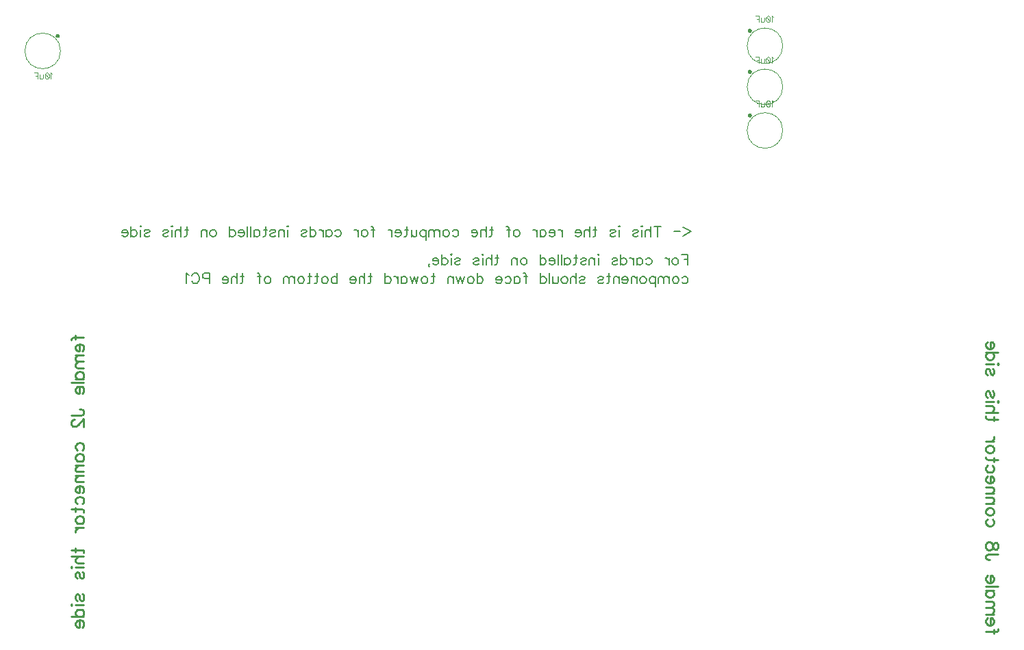
<source format=gbr>
G04 DipTrace 4.0.0.5*
G04 BottomSilk.gbr*
%MOIN*%
G04 #@! TF.FileFunction,Legend,Bot*
G04 #@! TF.Part,Single*
%ADD13C,0.004724*%
%ADD55C,0.00772*%
%ADD57C,0.004632*%
%ADD58C,0.009264*%
%FSLAX26Y26*%
G04*
G70*
G90*
G75*
G01*
G04 BotSilk*
%LPD*%
X487159Y3956200D2*
D13*
G02X487159Y3956200I86614J0D01*
G01*
G36*
X637146Y4029415D2*
X637230Y4030700D1*
X637482Y4031963D1*
X637895Y4033182D1*
X638465Y4034336D1*
X639180Y4035407D1*
X640029Y4036375D1*
X640997Y4037224D1*
X642067Y4037939D1*
X643222Y4038509D1*
X644441Y4038922D1*
X645704Y4039174D1*
X646989Y4039258D1*
X648273Y4039174D1*
X649536Y4038922D1*
X650755Y4038509D1*
X651910Y4037939D1*
X652980Y4037224D1*
X653948Y4036375D1*
X654797Y4035407D1*
X655513Y4034336D1*
X656082Y4033182D1*
X656496Y4031963D1*
X656747Y4030700D1*
X656831Y4029415D1*
D1*
X656747Y4028131D1*
X656496Y4026868D1*
X656082Y4025649D1*
X655513Y4024494D1*
X654797Y4023423D1*
X653948Y4022456D1*
X652980Y4021607D1*
X651910Y4020891D1*
X650755Y4020322D1*
X649536Y4019908D1*
X648273Y4019657D1*
X646989Y4019573D1*
X645704Y4019657D1*
X644441Y4019908D1*
X643222Y4020322D1*
X642067Y4020891D1*
X640997Y4021607D1*
X640029Y4022456D1*
X639180Y4023423D1*
X638465Y4024494D1*
X637895Y4025649D1*
X637482Y4026868D1*
X637230Y4028131D1*
X637146Y4029415D1*
D1*
G37*
X4002012Y3981200D2*
D13*
G02X4002012Y3981200I86614J0D01*
G01*
G36*
X4015411Y4044573D2*
X4014127Y4044657D1*
X4012864Y4044908D1*
X4011645Y4045322D1*
X4010490Y4045891D1*
X4009420Y4046607D1*
X4008452Y4047456D1*
X4007603Y4048423D1*
X4006887Y4049494D1*
X4006318Y4050649D1*
X4005904Y4051868D1*
X4005653Y4053131D1*
X4005569Y4054415D1*
X4005653Y4055700D1*
X4005904Y4056963D1*
X4006318Y4058182D1*
X4006887Y4059336D1*
X4007603Y4060407D1*
X4008452Y4061375D1*
X4009420Y4062224D1*
X4010490Y4062939D1*
X4011645Y4063509D1*
X4012864Y4063922D1*
X4014127Y4064174D1*
X4015411Y4064258D1*
D1*
X4016696Y4064174D1*
X4017959Y4063922D1*
X4019178Y4063509D1*
X4020333Y4062939D1*
X4021403Y4062224D1*
X4022371Y4061375D1*
X4023220Y4060407D1*
X4023935Y4059336D1*
X4024505Y4058182D1*
X4024918Y4056963D1*
X4025170Y4055700D1*
X4025254Y4054415D1*
X4025170Y4053131D1*
X4024918Y4051868D1*
X4024505Y4050649D1*
X4023935Y4049494D1*
X4023220Y4048423D1*
X4022371Y4047456D1*
X4021403Y4046607D1*
X4020333Y4045891D1*
X4019178Y4045322D1*
X4017959Y4044908D1*
X4016696Y4044657D1*
X4015411Y4044573D1*
D1*
G37*
X4002012Y3568700D2*
D13*
G02X4002012Y3568700I86614J0D01*
G01*
G36*
X4015411Y3632073D2*
X4014127Y3632157D1*
X4012864Y3632408D1*
X4011645Y3632822D1*
X4010490Y3633391D1*
X4009420Y3634107D1*
X4008452Y3634956D1*
X4007603Y3635923D1*
X4006887Y3636994D1*
X4006318Y3638149D1*
X4005904Y3639368D1*
X4005653Y3640631D1*
X4005569Y3641915D1*
X4005653Y3643200D1*
X4005904Y3644463D1*
X4006318Y3645682D1*
X4006887Y3646836D1*
X4007603Y3647907D1*
X4008452Y3648875D1*
X4009420Y3649724D1*
X4010490Y3650439D1*
X4011645Y3651009D1*
X4012864Y3651422D1*
X4014127Y3651674D1*
X4015411Y3651758D1*
D1*
X4016696Y3651674D1*
X4017959Y3651422D1*
X4019178Y3651009D1*
X4020333Y3650439D1*
X4021403Y3649724D1*
X4022371Y3648875D1*
X4023220Y3647907D1*
X4023935Y3646836D1*
X4024505Y3645682D1*
X4024918Y3644463D1*
X4025170Y3643200D1*
X4025254Y3641915D1*
X4025170Y3640631D1*
X4024918Y3639368D1*
X4024505Y3638149D1*
X4023935Y3636994D1*
X4023220Y3635923D1*
X4022371Y3634956D1*
X4021403Y3634107D1*
X4020333Y3633391D1*
X4019178Y3632822D1*
X4017959Y3632408D1*
X4016696Y3632157D1*
X4015411Y3632073D1*
D1*
G37*
X4002012Y3781200D2*
D13*
G02X4002012Y3781200I86614J0D01*
G01*
G36*
X4015410Y3844571D2*
X4014125Y3844656D1*
X4012863Y3844907D1*
X4011644Y3845321D1*
X4010489Y3845890D1*
X4009418Y3846605D1*
X4008450Y3847454D1*
X4007602Y3848422D1*
X4006886Y3849493D1*
X4006317Y3850647D1*
X4005903Y3851866D1*
X4005652Y3853129D1*
X4005567Y3854414D1*
X4005652Y3855698D1*
X4005903Y3856961D1*
X4006317Y3858180D1*
X4006886Y3859335D1*
X4007601Y3860406D1*
X4008450Y3861374D1*
X4009418Y3862222D1*
X4010489Y3862938D1*
X4011643Y3863507D1*
X4012862Y3863921D1*
X4014125Y3864172D1*
X4015410Y3864256D1*
D1*
X4016695Y3864172D1*
X4017957Y3863921D1*
X4019176Y3863507D1*
X4020331Y3862938D1*
X4021402Y3862223D1*
X4022370Y3861374D1*
X4023218Y3860406D1*
X4023934Y3859335D1*
X4024503Y3858181D1*
X4024917Y3856962D1*
X4025168Y3855699D1*
X4025253Y3854414D1*
X4025168Y3853129D1*
X4024917Y3851867D1*
X4024503Y3850648D1*
X4023934Y3849493D1*
X4023219Y3848422D1*
X4022370Y3847454D1*
X4021402Y3846605D1*
X4020331Y3845890D1*
X4019177Y3845321D1*
X4017958Y3844907D1*
X4016695Y3844656D1*
X4015410Y3844571D1*
D1*
G37*
X714050Y2546871D2*
D58*
Y2552575D1*
X716902Y2558345D1*
X725524Y2561197D1*
X774338D1*
X734146Y2569819D2*
Y2549723D1*
X751391Y2528344D2*
Y2493922D1*
X745620D1*
X739850Y2496774D1*
X736998Y2499626D1*
X734146Y2505396D1*
Y2514018D1*
X736998Y2519722D1*
X742768Y2525492D1*
X751391Y2528344D1*
X757094D1*
X765716Y2525492D1*
X771420Y2519722D1*
X774338Y2514018D1*
Y2505396D1*
X771420Y2499626D1*
X765716Y2493922D1*
X734146Y2475395D2*
X774338D1*
X745620D2*
X736998Y2466773D1*
X734146Y2461003D1*
Y2452447D1*
X736998Y2446677D1*
X745620Y2443825D1*
X774338D1*
X745620D2*
X736998Y2435203D1*
X734146Y2429433D1*
Y2420877D1*
X736998Y2415107D1*
X745620Y2412189D1*
X774338D1*
X734146Y2359240D2*
X774338D1*
X742768D2*
X736998Y2364943D1*
X734146Y2370714D1*
Y2379269D1*
X736998Y2385039D1*
X742768Y2390743D1*
X751391Y2393662D1*
X757094D1*
X765716Y2390743D1*
X771420Y2385039D1*
X774338Y2379269D1*
Y2370714D1*
X771420Y2364943D1*
X765716Y2359240D1*
X714050Y2340713D2*
X774338D1*
X751391Y2322185D2*
Y2287764D1*
X745620D1*
X739850Y2290615D1*
X736998Y2293467D1*
X734146Y2299238D1*
Y2307860D1*
X736998Y2313563D1*
X742768Y2319334D1*
X751391Y2322185D1*
X757094D1*
X765716Y2319334D1*
X771420Y2313563D1*
X774338Y2307860D1*
Y2299238D1*
X771420Y2293467D1*
X765716Y2287764D1*
X714050Y2182197D2*
X759946D1*
X768568Y2185049D1*
X771420Y2187967D1*
X774338Y2193671D1*
Y2199441D1*
X771420Y2205145D1*
X768568Y2207997D1*
X759946Y2210915D1*
X754242D1*
X728443Y2160752D2*
X725591D1*
X719821Y2157900D1*
X716969Y2155048D1*
X714117Y2149278D1*
Y2137804D1*
X716969Y2132100D1*
X719821Y2129248D1*
X725591Y2126330D1*
X731295D1*
X737065Y2129248D1*
X745620Y2134952D1*
X774338Y2163670D1*
Y2123478D1*
X742768Y2012142D2*
X736998Y2017912D1*
X734146Y2023682D1*
Y2032238D1*
X736998Y2038008D1*
X742768Y2043712D1*
X751391Y2046630D1*
X757094D1*
X765716Y2043712D1*
X771420Y2038008D1*
X774338Y2032238D1*
Y2023682D1*
X771420Y2017912D1*
X765716Y2012142D1*
X734146Y1979289D2*
X736998Y1984993D1*
X742768Y1990763D1*
X751391Y1993615D1*
X757094D1*
X765716Y1990763D1*
X771420Y1984993D1*
X774338Y1979289D1*
Y1970667D1*
X771420Y1964897D1*
X765716Y1959193D1*
X757094Y1956275D1*
X751391D1*
X742768Y1959193D1*
X736998Y1964897D1*
X734146Y1970667D1*
Y1979289D1*
Y1937747D2*
X774338D1*
X745620D2*
X736998Y1929125D1*
X734146Y1923355D1*
Y1914800D1*
X736998Y1909029D1*
X745620Y1906177D1*
X774338D1*
X734146Y1887650D2*
X774338D1*
X745620D2*
X736998Y1879028D1*
X734146Y1873258D1*
Y1864702D1*
X736998Y1858932D1*
X745620Y1856080D1*
X774338D1*
X751391Y1837553D2*
Y1803131D1*
X745620D1*
X739850Y1805983D1*
X736998Y1808835D1*
X734146Y1814605D1*
Y1823227D1*
X736998Y1828931D1*
X742768Y1834701D1*
X751391Y1837553D1*
X757094D1*
X765716Y1834701D1*
X771420Y1828931D1*
X774338Y1823227D1*
Y1814605D1*
X771420Y1808835D1*
X765716Y1803131D1*
X742768Y1750116D2*
X736998Y1755886D1*
X734146Y1761656D1*
Y1770212D1*
X736998Y1775982D1*
X742768Y1781686D1*
X751391Y1784604D1*
X757094D1*
X765716Y1781686D1*
X771420Y1775982D1*
X774338Y1770212D1*
Y1761656D1*
X771420Y1755886D1*
X765716Y1750116D1*
X714050Y1722967D2*
X762864D1*
X771420Y1720115D1*
X774338Y1714345D1*
Y1708641D1*
X734146Y1731589D2*
Y1711493D1*
Y1675788D2*
X736998Y1681492D1*
X742768Y1687262D1*
X751391Y1690114D1*
X757094D1*
X765716Y1687262D1*
X771420Y1681492D1*
X774338Y1675788D1*
Y1667166D1*
X771420Y1661396D1*
X765716Y1655692D1*
X757094Y1652774D1*
X751391D1*
X742768Y1655692D1*
X736998Y1661396D1*
X734146Y1667166D1*
Y1675788D1*
Y1634247D2*
X774338D1*
X751391D2*
X742768Y1631329D1*
X736998Y1625625D1*
X734146Y1619855D1*
Y1611233D1*
X714050Y1525762D2*
X762864D1*
X771420Y1522910D1*
X774338Y1517140D1*
Y1511436D1*
X734146Y1534384D2*
Y1514288D1*
X714050Y1492909D2*
X774338D1*
X745620D2*
X736998Y1484287D1*
X734146Y1478517D1*
Y1469895D1*
X736998Y1464191D1*
X745620Y1461339D1*
X774338D1*
X714050Y1442812D2*
X716902Y1439960D1*
X714050Y1437042D1*
X711132Y1439960D1*
X714050Y1442812D1*
X734146Y1439960D2*
X774338D1*
X742768Y1386945D2*
X736998Y1389797D1*
X734146Y1398419D1*
Y1407041D1*
X736998Y1415663D1*
X742768Y1418515D1*
X748472Y1415663D1*
X751391Y1409893D1*
X754242Y1395567D1*
X757094Y1389797D1*
X762864Y1386945D1*
X765716D1*
X771420Y1389797D1*
X774338Y1398419D1*
Y1407041D1*
X771420Y1415663D1*
X765716Y1418515D1*
X742768Y1278527D2*
X736998Y1281379D1*
X734146Y1290001D1*
Y1298623D1*
X736998Y1307245D1*
X742768Y1310097D1*
X748472Y1307245D1*
X751391Y1301475D1*
X754242Y1287149D1*
X757094Y1281379D1*
X762864Y1278527D1*
X765716D1*
X771420Y1281379D1*
X774338Y1290001D1*
Y1298623D1*
X771420Y1307245D1*
X765716Y1310097D1*
X714050Y1260000D2*
X716902Y1257148D1*
X714050Y1254230D1*
X711132Y1257148D1*
X714050Y1260000D1*
X734146Y1257148D2*
X774338D1*
X714050Y1201281D2*
X774338D1*
X742768D2*
X736998Y1206985D1*
X734146Y1212755D1*
Y1221377D1*
X736998Y1227081D1*
X742768Y1232851D1*
X751391Y1235703D1*
X757094D1*
X765716Y1232851D1*
X771420Y1227081D1*
X774338Y1221377D1*
Y1212755D1*
X771420Y1206985D1*
X765716Y1201281D1*
X751391Y1182754D2*
Y1148332D1*
X745620D1*
X739850Y1151184D1*
X736998Y1154036D1*
X734146Y1159806D1*
Y1168428D1*
X736998Y1174132D1*
X742768Y1179902D1*
X751391Y1182754D1*
X757094D1*
X765716Y1179902D1*
X771420Y1174132D1*
X774338Y1168428D1*
Y1159806D1*
X771420Y1154036D1*
X765716Y1148332D1*
X5223350Y1140595D2*
Y1134892D1*
X5220498Y1129121D1*
X5211876Y1126270D1*
X5163062D1*
X5203254Y1117648D2*
Y1137744D1*
X5186009Y1159123D2*
Y1193544D1*
X5191780D1*
X5197550Y1190692D1*
X5200402Y1187841D1*
X5203254Y1182070D1*
Y1173448D1*
X5200402Y1167745D1*
X5194632Y1161974D1*
X5186009Y1159123D1*
X5180306D1*
X5171684Y1161974D1*
X5165980Y1167745D1*
X5163062Y1173448D1*
Y1182070D1*
X5165980Y1187841D1*
X5171684Y1193544D1*
X5203254Y1212071D2*
X5163062D1*
X5191780D2*
X5200402Y1220694D1*
X5203254Y1226464D1*
Y1235019D1*
X5200402Y1240790D1*
X5191780Y1243641D1*
X5163062D1*
X5191780D2*
X5200402Y1252263D1*
X5203254Y1258034D1*
Y1266589D1*
X5200402Y1272359D1*
X5191780Y1275278D1*
X5163062D1*
X5203254Y1328227D2*
X5163062D1*
X5194632D2*
X5200402Y1322523D1*
X5203254Y1316753D1*
Y1308197D1*
X5200402Y1302427D1*
X5194632Y1296723D1*
X5186009Y1293805D1*
X5180306D1*
X5171684Y1296723D1*
X5165980Y1302427D1*
X5163062Y1308197D1*
Y1316753D1*
X5165980Y1322523D1*
X5171684Y1328227D1*
X5223350Y1346754D2*
X5163062D1*
X5186009Y1365281D2*
Y1399703D1*
X5191780D1*
X5197550Y1396851D1*
X5200402Y1393999D1*
X5203254Y1388229D1*
Y1379607D1*
X5200402Y1373903D1*
X5194632Y1368133D1*
X5186009Y1365281D1*
X5180306D1*
X5171684Y1368133D1*
X5165980Y1373903D1*
X5163062Y1379607D1*
Y1388229D1*
X5165980Y1393999D1*
X5171684Y1399703D1*
X5223350Y1505269D2*
X5177454D1*
X5168832Y1502417D1*
X5165980Y1499499D1*
X5163062Y1493795D1*
Y1488025D1*
X5165980Y1482321D1*
X5168832Y1479469D1*
X5177454Y1476551D1*
X5183158D1*
X5223283Y1538122D2*
X5220431Y1529566D1*
X5214728Y1526648D1*
X5208957D1*
X5203254Y1529566D1*
X5200335Y1535270D1*
X5197483Y1546744D1*
X5194632Y1555366D1*
X5188861Y1561070D1*
X5183158Y1563922D1*
X5174536D1*
X5168832Y1561070D1*
X5165913Y1558218D1*
X5163062Y1549596D1*
Y1538122D1*
X5165913Y1529566D1*
X5168832Y1526648D1*
X5174536Y1523796D1*
X5183158D1*
X5188861Y1526648D1*
X5194632Y1532418D1*
X5197483Y1540974D1*
X5200335Y1552448D1*
X5203254Y1558218D1*
X5208957Y1561070D1*
X5214728D1*
X5220431Y1558218D1*
X5223283Y1549596D1*
Y1538122D1*
X5194632Y1675258D2*
X5200402Y1669488D1*
X5203254Y1663718D1*
Y1655162D1*
X5200402Y1649392D1*
X5194632Y1643688D1*
X5186009Y1640770D1*
X5180306D1*
X5171684Y1643688D1*
X5165980Y1649392D1*
X5163062Y1655162D1*
Y1663718D1*
X5165980Y1669488D1*
X5171684Y1675258D1*
X5203254Y1708111D2*
X5200402Y1702407D1*
X5194632Y1696637D1*
X5186009Y1693785D1*
X5180306D1*
X5171684Y1696637D1*
X5165980Y1702407D1*
X5163062Y1708111D1*
Y1716733D1*
X5165980Y1722503D1*
X5171684Y1728207D1*
X5180306Y1731125D1*
X5186009D1*
X5194632Y1728207D1*
X5200402Y1722503D1*
X5203254Y1716733D1*
Y1708111D1*
Y1749653D2*
X5163062D1*
X5191780D2*
X5200402Y1758275D1*
X5203254Y1764045D1*
Y1772600D1*
X5200402Y1778371D1*
X5191780Y1781223D1*
X5163062D1*
X5203254Y1799750D2*
X5163062D1*
X5191780D2*
X5200402Y1808372D1*
X5203254Y1814142D1*
Y1822698D1*
X5200402Y1828468D1*
X5191780Y1831320D1*
X5163062D1*
X5186009Y1849847D2*
Y1884269D1*
X5191780D1*
X5197550Y1881417D1*
X5200402Y1878565D1*
X5203254Y1872795D1*
Y1864173D1*
X5200402Y1858469D1*
X5194632Y1852699D1*
X5186009Y1849847D1*
X5180306D1*
X5171684Y1852699D1*
X5165980Y1858469D1*
X5163062Y1864173D1*
Y1872795D1*
X5165980Y1878565D1*
X5171684Y1884269D1*
X5194632Y1937284D2*
X5200402Y1931514D1*
X5203254Y1925744D1*
Y1917188D1*
X5200402Y1911418D1*
X5194632Y1905714D1*
X5186009Y1902796D1*
X5180306D1*
X5171684Y1905714D1*
X5165980Y1911418D1*
X5163062Y1917188D1*
Y1925744D1*
X5165980Y1931514D1*
X5171684Y1937284D1*
X5223350Y1964433D2*
X5174536D1*
X5165980Y1967285D1*
X5163062Y1973055D1*
Y1978759D1*
X5203254Y1955811D2*
Y1975907D1*
Y2011612D2*
X5200402Y2005908D1*
X5194632Y2000138D1*
X5186009Y1997286D1*
X5180306D1*
X5171684Y2000138D1*
X5165980Y2005908D1*
X5163062Y2011612D1*
Y2020234D1*
X5165980Y2026004D1*
X5171684Y2031708D1*
X5180306Y2034626D1*
X5186009D1*
X5194632Y2031708D1*
X5200402Y2026004D1*
X5203254Y2020234D1*
Y2011612D1*
Y2053153D2*
X5163062D1*
X5186009D2*
X5194632Y2056071D1*
X5200402Y2061775D1*
X5203254Y2067545D1*
Y2076167D1*
X5223350Y2161638D2*
X5174536D1*
X5165980Y2164490D1*
X5163062Y2170260D1*
Y2175964D1*
X5203254Y2153016D2*
Y2173112D1*
X5223350Y2194491D2*
X5163062D1*
X5191780D2*
X5200402Y2203113D1*
X5203254Y2208883D1*
Y2217505D1*
X5200402Y2223209D1*
X5191780Y2226061D1*
X5163062D1*
X5223350Y2244588D2*
X5220498Y2247440D1*
X5223350Y2250358D1*
X5226268Y2247440D1*
X5223350Y2244588D1*
X5203254Y2247440D2*
X5163062D1*
X5194632Y2300455D2*
X5200402Y2297603D1*
X5203254Y2288981D1*
Y2280359D1*
X5200402Y2271737D1*
X5194632Y2268885D1*
X5188928Y2271737D1*
X5186009Y2277507D1*
X5183158Y2291833D1*
X5180306Y2297603D1*
X5174536Y2300455D1*
X5171684D1*
X5165980Y2297603D1*
X5163062Y2288981D1*
Y2280359D1*
X5165980Y2271737D1*
X5171684Y2268885D1*
X5194632Y2408873D2*
X5200402Y2406021D1*
X5203254Y2397399D1*
Y2388777D1*
X5200402Y2380155D1*
X5194632Y2377303D1*
X5188928Y2380155D1*
X5186009Y2385925D1*
X5183158Y2400251D1*
X5180306Y2406021D1*
X5174536Y2408873D1*
X5171684D1*
X5165980Y2406021D1*
X5163062Y2397399D1*
Y2388777D1*
X5165980Y2380155D1*
X5171684Y2377303D1*
X5223350Y2427400D2*
X5220498Y2430252D1*
X5223350Y2433170D1*
X5226268Y2430252D1*
X5223350Y2427400D1*
X5203254Y2430252D2*
X5163062D1*
X5223350Y2486119D2*
X5163062D1*
X5194632D2*
X5200402Y2480415D1*
X5203254Y2474645D1*
Y2466023D1*
X5200402Y2460319D1*
X5194632Y2454549D1*
X5186009Y2451697D1*
X5180306D1*
X5171684Y2454549D1*
X5165980Y2460319D1*
X5163062Y2466023D1*
Y2474645D1*
X5165980Y2480415D1*
X5171684Y2486119D1*
X5186009Y2504646D2*
Y2539068D1*
X5191780D1*
X5197550Y2536216D1*
X5200402Y2533364D1*
X5203254Y2527594D1*
Y2518972D1*
X5200402Y2513268D1*
X5194632Y2507498D1*
X5186009Y2504646D1*
X5180306D1*
X5171684Y2507498D1*
X5165980Y2513268D1*
X5163062Y2518972D1*
Y2527594D1*
X5165980Y2533364D1*
X5171684Y2539068D1*
X3683193Y2964241D2*
D55*
X3714310D1*
Y2914001D1*
Y2940310D2*
X3695187D1*
X3655816Y2947495D2*
X3660569Y2945118D1*
X3665377Y2940310D1*
X3667754Y2933125D1*
Y2928371D1*
X3665377Y2921186D1*
X3660569Y2916433D1*
X3655816Y2914001D1*
X3648631D1*
X3643822Y2916433D1*
X3639069Y2921186D1*
X3636637Y2928371D1*
Y2933125D1*
X3639069Y2940310D1*
X3643822Y2945118D1*
X3648631Y2947495D1*
X3655816D1*
X3621198D2*
Y2914001D1*
Y2933125D2*
X3618766Y2940310D1*
X3614013Y2945118D1*
X3609205Y2947495D1*
X3602019D1*
X3509239Y2940310D2*
X3514048Y2945118D1*
X3518856Y2947495D1*
X3525986D1*
X3530794Y2945118D1*
X3535547Y2940310D1*
X3537979Y2933125D1*
Y2928371D1*
X3535547Y2921186D1*
X3530794Y2916433D1*
X3525986Y2914001D1*
X3518856D1*
X3514048Y2916433D1*
X3509239Y2921186D1*
X3465115Y2947495D2*
Y2914001D1*
Y2940310D2*
X3469868Y2945118D1*
X3474677Y2947495D1*
X3481806D1*
X3486615Y2945118D1*
X3491368Y2940310D1*
X3493800Y2933125D1*
Y2928371D1*
X3491368Y2921186D1*
X3486615Y2916433D1*
X3481806Y2914001D1*
X3474677D1*
X3469868Y2916433D1*
X3465115Y2921186D1*
X3449676Y2947495D2*
Y2914001D1*
Y2933125D2*
X3447244Y2940310D1*
X3442491Y2945118D1*
X3437682Y2947495D1*
X3430497D1*
X3386373Y2964241D2*
Y2914001D1*
Y2940310D2*
X3391126Y2945118D1*
X3395935Y2947495D1*
X3403120D1*
X3407873Y2945118D1*
X3412681Y2940310D1*
X3415058Y2933125D1*
Y2928371D1*
X3412681Y2921186D1*
X3407873Y2916433D1*
X3403120Y2914001D1*
X3395935D1*
X3391126Y2916433D1*
X3386373Y2921186D1*
X3344626Y2940310D2*
X3347002Y2945118D1*
X3354187Y2947495D1*
X3361372D1*
X3368557Y2945118D1*
X3370934Y2940310D1*
X3368557Y2935556D1*
X3363749Y2933125D1*
X3351811Y2930748D1*
X3347002Y2928371D1*
X3344626Y2923563D1*
Y2921186D1*
X3347002Y2916433D1*
X3354187Y2914001D1*
X3361372D1*
X3368557Y2916433D1*
X3370934Y2921186D1*
X3280585Y2964241D2*
X3278209Y2961865D1*
X3275777Y2964241D1*
X3278209Y2966673D1*
X3280585Y2964241D1*
X3278209Y2947495D2*
Y2914001D1*
X3260338Y2947495D2*
Y2914001D1*
Y2937933D2*
X3253153Y2945118D1*
X3248344Y2947495D1*
X3241214D1*
X3236406Y2945118D1*
X3234029Y2937933D1*
Y2914001D1*
X3192282Y2940310D2*
X3194658Y2945118D1*
X3201843Y2947495D1*
X3209028D1*
X3216213Y2945118D1*
X3218590Y2940310D1*
X3216213Y2935556D1*
X3211405Y2933125D1*
X3199467Y2930748D1*
X3194658Y2928371D1*
X3192282Y2923563D1*
Y2921186D1*
X3194658Y2916433D1*
X3201843Y2914001D1*
X3209028D1*
X3216213Y2916433D1*
X3218590Y2921186D1*
X3169657Y2964241D2*
Y2923563D1*
X3167281Y2916433D1*
X3162472Y2914001D1*
X3157719D1*
X3176843Y2947495D2*
X3160096D1*
X3113595D2*
Y2914001D1*
Y2940310D2*
X3118348Y2945118D1*
X3123157Y2947495D1*
X3130287D1*
X3135095Y2945118D1*
X3139848Y2940310D1*
X3142280Y2933125D1*
Y2928371D1*
X3139848Y2921186D1*
X3135095Y2916433D1*
X3130287Y2914001D1*
X3123157D1*
X3118348Y2916433D1*
X3113595Y2921186D1*
X3098156Y2964241D2*
Y2914001D1*
X3082717Y2964241D2*
Y2914001D1*
X3067277Y2933125D2*
X3038592D1*
Y2937933D1*
X3040969Y2942741D1*
X3043346Y2945118D1*
X3048154Y2947495D1*
X3055339D1*
X3060092Y2945118D1*
X3064901Y2940310D1*
X3067277Y2933125D1*
Y2928371D1*
X3064901Y2921186D1*
X3060092Y2916433D1*
X3055339Y2914001D1*
X3048154D1*
X3043346Y2916433D1*
X3038592Y2921186D1*
X2994468Y2964241D2*
Y2914001D1*
Y2940310D2*
X2999222Y2945118D1*
X3004030Y2947495D1*
X3011215D1*
X3015968Y2945118D1*
X3020777Y2940310D1*
X3023153Y2933125D1*
Y2928371D1*
X3020777Y2921186D1*
X3015968Y2916433D1*
X3011215Y2914001D1*
X3004030D1*
X2999222Y2916433D1*
X2994468Y2921186D1*
X2918490Y2947495D2*
X2923243Y2945118D1*
X2928052Y2940310D1*
X2930428Y2933125D1*
Y2928371D1*
X2928052Y2921186D1*
X2923243Y2916433D1*
X2918490Y2914001D1*
X2911305D1*
X2906496Y2916433D1*
X2901743Y2921186D1*
X2899311Y2928371D1*
Y2933125D1*
X2901743Y2940310D1*
X2906496Y2945118D1*
X2911305Y2947495D1*
X2918490D1*
X2883872D2*
Y2914001D1*
Y2937933D2*
X2876687Y2945118D1*
X2871879Y2947495D1*
X2864749D1*
X2859940Y2945118D1*
X2857564Y2937933D1*
Y2914001D1*
X2786339Y2964241D2*
Y2923563D1*
X2783962Y2916433D1*
X2779154Y2914001D1*
X2774400D1*
X2793524Y2947495D2*
X2776777D1*
X2758961Y2964241D2*
Y2914001D1*
Y2937933D2*
X2751776Y2945118D1*
X2746968Y2947495D1*
X2739783D1*
X2735029Y2945118D1*
X2732653Y2937933D1*
Y2914001D1*
X2717214Y2964241D2*
X2714837Y2961865D1*
X2712405Y2964241D1*
X2714837Y2966673D1*
X2717214Y2964241D1*
X2714837Y2947495D2*
Y2914001D1*
X2670658Y2940310D2*
X2673034Y2945118D1*
X2680219Y2947495D1*
X2687404D1*
X2694589Y2945118D1*
X2696966Y2940310D1*
X2694589Y2935556D1*
X2689781Y2933125D1*
X2677843Y2930748D1*
X2673034Y2928371D1*
X2670658Y2923563D1*
Y2921186D1*
X2673034Y2916433D1*
X2680219Y2914001D1*
X2687404D1*
X2694589Y2916433D1*
X2696966Y2921186D1*
X2580309Y2940310D2*
X2582686Y2945118D1*
X2589871Y2947495D1*
X2597056D1*
X2604241Y2945118D1*
X2606617Y2940310D1*
X2604241Y2935556D1*
X2599432Y2933125D1*
X2587494Y2930748D1*
X2582686Y2928371D1*
X2580309Y2923563D1*
Y2921186D1*
X2582686Y2916433D1*
X2589871Y2914001D1*
X2597056D1*
X2604241Y2916433D1*
X2606617Y2921186D1*
X2564870Y2964241D2*
X2562493Y2961865D1*
X2560061Y2964241D1*
X2562493Y2966673D1*
X2564870Y2964241D1*
X2562493Y2947495D2*
Y2914001D1*
X2515937Y2964241D2*
Y2914001D1*
Y2940310D2*
X2520690Y2945118D1*
X2525499Y2947495D1*
X2532684D1*
X2537437Y2945118D1*
X2542246Y2940310D1*
X2544622Y2933125D1*
Y2928371D1*
X2542246Y2921186D1*
X2537437Y2916433D1*
X2532684Y2914001D1*
X2525499D1*
X2520690Y2916433D1*
X2515937Y2921186D1*
X2500498Y2933125D2*
X2471813D1*
Y2937933D1*
X2474190Y2942741D1*
X2476566Y2945118D1*
X2481375Y2947495D1*
X2488560D1*
X2493313Y2945118D1*
X2498121Y2940310D1*
X2500498Y2933125D1*
Y2928371D1*
X2498121Y2921186D1*
X2493313Y2916433D1*
X2488560Y2914001D1*
X2481375D1*
X2476566Y2916433D1*
X2471813Y2921186D1*
X2451565Y2916378D2*
X2453997Y2914001D1*
X2456374Y2916378D1*
X2453997Y2918810D1*
X2451565Y2916378D1*
Y2911625D1*
X2453997Y2906816D1*
X2456374Y2904440D1*
X3685570Y2849279D2*
X3690378Y2854087D1*
X3695187Y2856464D1*
X3702316D1*
X3707125Y2854087D1*
X3711878Y2849279D1*
X3714310Y2842094D1*
Y2837341D1*
X3711878Y2830156D1*
X3707125Y2825402D1*
X3702316Y2822970D1*
X3695187D1*
X3690378Y2825402D1*
X3685570Y2830156D1*
X3658192Y2856464D2*
X3662946Y2854087D1*
X3667754Y2849279D1*
X3670131Y2842094D1*
Y2837341D1*
X3667754Y2830156D1*
X3662946Y2825402D1*
X3658192Y2822970D1*
X3651007D1*
X3646199Y2825402D1*
X3641446Y2830156D1*
X3639014Y2837341D1*
Y2842094D1*
X3641446Y2849279D1*
X3646199Y2854087D1*
X3651007Y2856464D1*
X3658192D1*
X3623575D2*
Y2822970D1*
Y2846902D2*
X3616390Y2854087D1*
X3611581Y2856464D1*
X3604451D1*
X3599643Y2854087D1*
X3597266Y2846902D1*
Y2822970D1*
Y2846902D2*
X3590081Y2854087D1*
X3585273Y2856464D1*
X3578143D1*
X3573335Y2854087D1*
X3570903Y2846902D1*
Y2822970D1*
X3555463Y2856464D2*
Y2806224D1*
Y2849279D2*
X3550655Y2854032D1*
X3545902Y2856464D1*
X3538717D1*
X3533908Y2854032D1*
X3529155Y2849279D1*
X3526723Y2842094D1*
Y2837285D1*
X3529155Y2830156D1*
X3533908Y2825347D1*
X3538717Y2822970D1*
X3545902D1*
X3550655Y2825347D1*
X3555463Y2830156D1*
X3499346Y2856464D2*
X3504099Y2854087D1*
X3508907Y2849279D1*
X3511284Y2842094D1*
Y2837341D1*
X3508907Y2830156D1*
X3504099Y2825402D1*
X3499346Y2822970D1*
X3492161D1*
X3487352Y2825402D1*
X3482599Y2830156D1*
X3480167Y2837341D1*
Y2842094D1*
X3482599Y2849279D1*
X3487352Y2854087D1*
X3492161Y2856464D1*
X3499346D1*
X3464728D2*
Y2822970D1*
Y2846902D2*
X3457543Y2854087D1*
X3452735Y2856464D1*
X3445605D1*
X3440796Y2854087D1*
X3438420Y2846902D1*
Y2822970D1*
X3422981Y2842094D2*
X3394296D1*
Y2846902D1*
X3396672Y2851711D1*
X3399049Y2854087D1*
X3403857Y2856464D1*
X3411042D1*
X3415795Y2854087D1*
X3420604Y2849279D1*
X3422981Y2842094D1*
Y2837341D1*
X3420604Y2830156D1*
X3415795Y2825402D1*
X3411042Y2822970D1*
X3403857D1*
X3399049Y2825402D1*
X3394296Y2830156D1*
X3378856Y2856464D2*
Y2822970D1*
Y2846902D2*
X3371671Y2854087D1*
X3366863Y2856464D1*
X3359733D1*
X3354925Y2854087D1*
X3352548Y2846902D1*
Y2822970D1*
X3329924Y2873210D2*
Y2832532D1*
X3327547Y2825402D1*
X3322739Y2822970D1*
X3317986D1*
X3337109Y2856464D2*
X3320362D1*
X3276238Y2849279D2*
X3278615Y2854087D1*
X3285800Y2856464D1*
X3292985D1*
X3300170Y2854087D1*
X3302546Y2849279D1*
X3300170Y2844526D1*
X3295361Y2842094D1*
X3283423Y2839717D1*
X3278615Y2837341D1*
X3276238Y2832532D1*
Y2830156D1*
X3278615Y2825402D1*
X3285800Y2822970D1*
X3292985D1*
X3300170Y2825402D1*
X3302546Y2830156D1*
X3185890Y2849279D2*
X3188266Y2854087D1*
X3195451Y2856464D1*
X3202636D1*
X3209821Y2854087D1*
X3212198Y2849279D1*
X3209821Y2844526D1*
X3205013Y2842094D1*
X3193075Y2839717D1*
X3188266Y2837341D1*
X3185890Y2832532D1*
Y2830156D1*
X3188266Y2825402D1*
X3195451Y2822970D1*
X3202636D1*
X3209821Y2825402D1*
X3212198Y2830156D1*
X3170450Y2873210D2*
Y2822970D1*
Y2846902D2*
X3163265Y2854087D1*
X3158457Y2856464D1*
X3151272D1*
X3146519Y2854087D1*
X3144142Y2846902D1*
Y2822970D1*
X3116765Y2856464D2*
X3121518Y2854087D1*
X3126326Y2849279D1*
X3128703Y2842094D1*
Y2837341D1*
X3126326Y2830156D1*
X3121518Y2825402D1*
X3116765Y2822970D1*
X3109579D1*
X3104771Y2825402D1*
X3100018Y2830156D1*
X3097586Y2837341D1*
Y2842094D1*
X3100018Y2849279D1*
X3104771Y2854087D1*
X3109579Y2856464D1*
X3116765D1*
X3082147D2*
Y2832532D1*
X3079770Y2825402D1*
X3074962Y2822970D1*
X3067777D1*
X3063023Y2825402D1*
X3055838Y2832532D1*
Y2856464D2*
Y2822970D1*
X3040399Y2873210D2*
Y2822970D1*
X2996275Y2873210D2*
Y2822970D1*
Y2849279D2*
X3001028Y2854087D1*
X3005837Y2856464D1*
X3013022D1*
X3017775Y2854087D1*
X3022583Y2849279D1*
X3024960Y2842094D1*
Y2837341D1*
X3022583Y2830156D1*
X3017775Y2825402D1*
X3013022Y2822970D1*
X3005837D1*
X3001028Y2825402D1*
X2996275Y2830156D1*
X2913112Y2873210D2*
X2917865D1*
X2922673Y2870834D1*
X2925050Y2863649D1*
Y2822970D1*
X2932235Y2856464D2*
X2915488D1*
X2868987D2*
Y2822970D1*
Y2849279D2*
X2873741Y2854087D1*
X2878549Y2856464D1*
X2885679D1*
X2890487Y2854087D1*
X2895240Y2849279D1*
X2897672Y2842094D1*
Y2837341D1*
X2895240Y2830156D1*
X2890487Y2825402D1*
X2885679Y2822970D1*
X2878549D1*
X2873741Y2825402D1*
X2868987Y2830156D1*
X2824808Y2849279D2*
X2829617Y2854087D1*
X2834425Y2856464D1*
X2841555D1*
X2846363Y2854087D1*
X2851116Y2849279D1*
X2853548Y2842094D1*
Y2837341D1*
X2851116Y2830156D1*
X2846363Y2825402D1*
X2841555Y2822970D1*
X2834425D1*
X2829617Y2825402D1*
X2824808Y2830156D1*
X2809369Y2842094D2*
X2780684D1*
Y2846902D1*
X2783061Y2851711D1*
X2785437Y2854087D1*
X2790246Y2856464D1*
X2797431D1*
X2802184Y2854087D1*
X2806992Y2849279D1*
X2809369Y2842094D1*
Y2837341D1*
X2806992Y2830156D1*
X2802184Y2825402D1*
X2797431Y2822970D1*
X2790246D1*
X2785437Y2825402D1*
X2780684Y2830156D1*
X2687959Y2873210D2*
Y2822970D1*
Y2849279D2*
X2692712Y2854087D1*
X2697520Y2856464D1*
X2704705D1*
X2709459Y2854087D1*
X2714267Y2849279D1*
X2716644Y2842094D1*
Y2837341D1*
X2714267Y2830156D1*
X2709459Y2825402D1*
X2704705Y2822970D1*
X2697520D1*
X2692712Y2825402D1*
X2687959Y2830156D1*
X2660581Y2856464D2*
X2665335Y2854087D1*
X2670143Y2849279D1*
X2672520Y2842094D1*
Y2837341D1*
X2670143Y2830156D1*
X2665335Y2825402D1*
X2660581Y2822970D1*
X2653396D1*
X2648588Y2825402D1*
X2643835Y2830156D1*
X2641403Y2837341D1*
Y2842094D1*
X2643835Y2849279D1*
X2648588Y2854087D1*
X2653396Y2856464D1*
X2660581D1*
X2625964D2*
X2616402Y2822970D1*
X2606840Y2856464D1*
X2597279Y2822970D1*
X2587717Y2856464D1*
X2572278D2*
Y2822970D1*
Y2846902D2*
X2565093Y2854087D1*
X2560284Y2856464D1*
X2553155D1*
X2548346Y2854087D1*
X2545970Y2846902D1*
Y2822970D1*
X2474744Y2873210D2*
Y2832532D1*
X2472368Y2825402D1*
X2467559Y2822970D1*
X2462806D1*
X2481929Y2856464D2*
X2465183D1*
X2435429D2*
X2440182Y2854087D1*
X2444990Y2849279D1*
X2447367Y2842094D1*
Y2837341D1*
X2444990Y2830156D1*
X2440182Y2825402D1*
X2435429Y2822970D1*
X2428244D1*
X2423435Y2825402D1*
X2418682Y2830156D1*
X2416250Y2837341D1*
Y2842094D1*
X2418682Y2849279D1*
X2423435Y2854087D1*
X2428244Y2856464D1*
X2435429D1*
X2400811D2*
X2391249Y2822970D1*
X2381688Y2856464D1*
X2372126Y2822970D1*
X2362564Y2856464D1*
X2318440D2*
Y2822970D1*
Y2849279D2*
X2323193Y2854087D1*
X2328002Y2856464D1*
X2335132D1*
X2339940Y2854087D1*
X2344693Y2849279D1*
X2347125Y2842094D1*
Y2837341D1*
X2344693Y2830156D1*
X2339940Y2825402D1*
X2335132Y2822970D1*
X2328002D1*
X2323193Y2825402D1*
X2318440Y2830156D1*
X2303001Y2856464D2*
Y2822970D1*
Y2842094D2*
X2300569Y2849279D1*
X2295816Y2854087D1*
X2291007Y2856464D1*
X2283822D1*
X2239698Y2873210D2*
Y2822970D1*
Y2849279D2*
X2244451Y2854087D1*
X2249260Y2856464D1*
X2256445D1*
X2261198Y2854087D1*
X2266007Y2849279D1*
X2268383Y2842094D1*
Y2837341D1*
X2266007Y2830156D1*
X2261198Y2825402D1*
X2256445Y2822970D1*
X2249260D1*
X2244451Y2825402D1*
X2239698Y2830156D1*
X2168473Y2873210D2*
Y2832532D1*
X2166096Y2825402D1*
X2161288Y2822970D1*
X2156535D1*
X2175658Y2856464D2*
X2158911D1*
X2141096Y2873210D2*
Y2822970D1*
Y2846902D2*
X2133910Y2854087D1*
X2129102Y2856464D1*
X2121917D1*
X2117164Y2854087D1*
X2114787Y2846902D1*
Y2822970D1*
X2099348Y2842094D2*
X2070663D1*
Y2846902D1*
X2073040Y2851711D1*
X2075416Y2854087D1*
X2080225Y2856464D1*
X2087410D1*
X2092163Y2854087D1*
X2096971Y2849279D1*
X2099348Y2842094D1*
Y2837341D1*
X2096971Y2830156D1*
X2092163Y2825402D1*
X2087410Y2822970D1*
X2080225D1*
X2075416Y2825402D1*
X2070663Y2830156D1*
X2006623Y2873210D2*
Y2822970D1*
Y2849279D2*
X2001814Y2854087D1*
X1997061Y2856464D1*
X1989876D1*
X1985123Y2854087D1*
X1980315Y2849279D1*
X1977938Y2842094D1*
Y2837341D1*
X1980315Y2830156D1*
X1985123Y2825402D1*
X1989876Y2822970D1*
X1997061D1*
X2001814Y2825402D1*
X2006623Y2830156D1*
X1950561Y2856464D2*
X1955314Y2854087D1*
X1960122Y2849279D1*
X1962499Y2842094D1*
Y2837341D1*
X1960122Y2830156D1*
X1955314Y2825402D1*
X1950561Y2822970D1*
X1943375D1*
X1938567Y2825402D1*
X1933814Y2830156D1*
X1931382Y2837341D1*
Y2842094D1*
X1933814Y2849279D1*
X1938567Y2854087D1*
X1943375Y2856464D1*
X1950561D1*
X1908758Y2873210D2*
Y2832532D1*
X1906381Y2825402D1*
X1901573Y2822970D1*
X1896819D1*
X1915943Y2856464D2*
X1899196D1*
X1874195Y2873210D2*
Y2832532D1*
X1871819Y2825402D1*
X1867010Y2822970D1*
X1862257D1*
X1881380Y2856464D2*
X1864634D1*
X1834880D2*
X1839633Y2854087D1*
X1844441Y2849279D1*
X1846818Y2842094D1*
Y2837341D1*
X1844441Y2830156D1*
X1839633Y2825402D1*
X1834880Y2822970D1*
X1827694D1*
X1822886Y2825402D1*
X1818133Y2830156D1*
X1815701Y2837341D1*
Y2842094D1*
X1818133Y2849279D1*
X1822886Y2854087D1*
X1827694Y2856464D1*
X1834880D1*
X1800262D2*
Y2822970D1*
Y2846902D2*
X1793077Y2854087D1*
X1788268Y2856464D1*
X1781138D1*
X1776330Y2854087D1*
X1773953Y2846902D1*
Y2822970D1*
Y2846902D2*
X1766768Y2854087D1*
X1761960Y2856464D1*
X1754830D1*
X1750022Y2854087D1*
X1747590Y2846902D1*
Y2822970D1*
X1671611Y2856464D2*
X1676365Y2854087D1*
X1681173Y2849279D1*
X1683550Y2842094D1*
Y2837341D1*
X1681173Y2830156D1*
X1676365Y2825402D1*
X1671611Y2822970D1*
X1664426D1*
X1659618Y2825402D1*
X1654865Y2830156D1*
X1652433Y2837341D1*
Y2842094D1*
X1654865Y2849279D1*
X1659618Y2854087D1*
X1664426Y2856464D1*
X1671611D1*
X1617870Y2873210D2*
X1622624D1*
X1627432Y2870834D1*
X1629809Y2863649D1*
Y2822970D1*
X1636994Y2856464D2*
X1620247D1*
X1546645Y2873210D2*
Y2832532D1*
X1544269Y2825402D1*
X1539460Y2822970D1*
X1534707D1*
X1553830Y2856464D2*
X1537084D1*
X1519268Y2873210D2*
Y2822970D1*
Y2846902D2*
X1512083Y2854087D1*
X1507274Y2856464D1*
X1500089D1*
X1495336Y2854087D1*
X1492959Y2846902D1*
Y2822970D1*
X1477520Y2842094D2*
X1448835D1*
Y2846902D1*
X1451212Y2851711D1*
X1453588Y2854087D1*
X1458397Y2856464D1*
X1465582D1*
X1470335Y2854087D1*
X1475144Y2849279D1*
X1477520Y2842094D1*
Y2837341D1*
X1475144Y2830156D1*
X1470335Y2825402D1*
X1465582Y2822970D1*
X1458397D1*
X1453588Y2825402D1*
X1448835Y2830156D1*
X1384795Y2846902D2*
X1363240D1*
X1356110Y2849279D1*
X1353678Y2851711D1*
X1351302Y2856464D1*
Y2863649D1*
X1353678Y2868402D1*
X1356110Y2870834D1*
X1363240Y2873210D1*
X1384795D1*
Y2822970D1*
X1299993Y2861272D2*
X1302369Y2866025D1*
X1307178Y2870834D1*
X1311931Y2873210D1*
X1321492D1*
X1326301Y2870834D1*
X1331054Y2866025D1*
X1333486Y2861272D1*
X1335862Y2854087D1*
Y2842094D1*
X1333486Y2834964D1*
X1331054Y2830156D1*
X1326301Y2825402D1*
X1321492Y2822970D1*
X1311931D1*
X1307178Y2825402D1*
X1302369Y2830156D1*
X1299993Y2834964D1*
X1284553Y2863594D2*
X1279745Y2866025D1*
X1272560Y2873155D1*
Y2822970D1*
X3690103Y3098121D2*
X3728350Y3076566D1*
X3690103Y3055066D1*
X3674664Y3076594D2*
X3647029D1*
X3566242Y3101741D2*
Y3051501D1*
X3582989Y3101741D2*
X3549496D1*
X3534057D2*
Y3051501D1*
Y3075433D2*
X3526872Y3082618D1*
X3522063Y3084995D1*
X3514878D1*
X3510125Y3082618D1*
X3507748Y3075433D1*
Y3051501D1*
X3492309Y3101741D2*
X3489932Y3099365D1*
X3487501Y3101741D1*
X3489932Y3104173D1*
X3492309Y3101741D1*
X3489932Y3084995D2*
Y3051501D1*
X3445753Y3077810D2*
X3448130Y3082618D1*
X3455315Y3084995D1*
X3462500D1*
X3469685Y3082618D1*
X3472061Y3077810D1*
X3469685Y3073056D1*
X3464876Y3070625D1*
X3452938Y3068248D1*
X3448130Y3065871D1*
X3445753Y3061063D1*
Y3058686D1*
X3448130Y3053933D1*
X3455315Y3051501D1*
X3462500D1*
X3469685Y3053933D1*
X3472061Y3058686D1*
X3381713Y3101741D2*
X3379336Y3099365D1*
X3376904Y3101741D1*
X3379336Y3104173D1*
X3381713Y3101741D1*
X3379336Y3084995D2*
Y3051501D1*
X3335157Y3077810D2*
X3337533Y3082618D1*
X3344718Y3084995D1*
X3351903D1*
X3359089Y3082618D1*
X3361465Y3077810D1*
X3359089Y3073056D1*
X3354280Y3070625D1*
X3342342Y3068248D1*
X3337533Y3065871D1*
X3335157Y3061063D1*
Y3058686D1*
X3337533Y3053933D1*
X3344718Y3051501D1*
X3351903D1*
X3359089Y3053933D1*
X3361465Y3058686D1*
X3263932Y3101741D2*
Y3061063D1*
X3261555Y3053933D1*
X3256747Y3051501D1*
X3251993D1*
X3271117Y3084995D2*
X3254370D1*
X3236554Y3101741D2*
Y3051501D1*
Y3075433D2*
X3229369Y3082618D1*
X3224561Y3084995D1*
X3217376D1*
X3212622Y3082618D1*
X3210246Y3075433D1*
Y3051501D1*
X3194807Y3070625D2*
X3166122D1*
Y3075433D1*
X3168498Y3080241D1*
X3170875Y3082618D1*
X3175683Y3084995D1*
X3182868D1*
X3187621Y3082618D1*
X3192430Y3077810D1*
X3194807Y3070625D1*
Y3065871D1*
X3192430Y3058686D1*
X3187621Y3053933D1*
X3182868Y3051501D1*
X3175683D1*
X3170875Y3053933D1*
X3166122Y3058686D1*
X3102081Y3084995D2*
Y3051501D1*
Y3070625D2*
X3099650Y3077810D1*
X3094896Y3082618D1*
X3090088Y3084995D1*
X3082903D1*
X3067464Y3070625D2*
X3038779D1*
Y3075433D1*
X3041155Y3080241D1*
X3043532Y3082618D1*
X3048340Y3084995D1*
X3055525D1*
X3060279Y3082618D1*
X3065087Y3077810D1*
X3067464Y3070625D1*
Y3065871D1*
X3065087Y3058686D1*
X3060279Y3053933D1*
X3055525Y3051501D1*
X3048340D1*
X3043532Y3053933D1*
X3038779Y3058686D1*
X2994655Y3084995D2*
Y3051501D1*
Y3077810D2*
X2999408Y3082618D1*
X3004216Y3084995D1*
X3011346D1*
X3016154Y3082618D1*
X3020908Y3077810D1*
X3023340Y3070625D1*
Y3065871D1*
X3020908Y3058686D1*
X3016154Y3053933D1*
X3011346Y3051501D1*
X3004216D1*
X2999408Y3053933D1*
X2994655Y3058686D1*
X2979215Y3084995D2*
Y3051501D1*
Y3070625D2*
X2976784Y3077810D1*
X2972030Y3082618D1*
X2967222Y3084995D1*
X2960037D1*
X2884058D2*
X2888812Y3082618D1*
X2893620Y3077810D1*
X2895997Y3070625D1*
Y3065871D1*
X2893620Y3058686D1*
X2888812Y3053933D1*
X2884058Y3051501D1*
X2876873D1*
X2872065Y3053933D1*
X2867312Y3058686D1*
X2864880Y3065871D1*
Y3070625D1*
X2867312Y3077810D1*
X2872065Y3082618D1*
X2876873Y3084995D1*
X2884058D1*
X2830317Y3101741D2*
X2835071D1*
X2839879Y3099365D1*
X2842256Y3092180D1*
Y3051501D1*
X2849441Y3084995D2*
X2832694D1*
X2759092Y3101741D2*
Y3061063D1*
X2756716Y3053933D1*
X2751907Y3051501D1*
X2747154D1*
X2766277Y3084995D2*
X2749531D1*
X2731715Y3101741D2*
Y3051501D1*
Y3075433D2*
X2724530Y3082618D1*
X2719721Y3084995D1*
X2712536D1*
X2707783Y3082618D1*
X2705406Y3075433D1*
Y3051501D1*
X2689967Y3070625D2*
X2661282D1*
Y3075433D1*
X2663659Y3080241D1*
X2666035Y3082618D1*
X2670844Y3084995D1*
X2678029D1*
X2682782Y3082618D1*
X2687591Y3077810D1*
X2689967Y3070625D1*
Y3065871D1*
X2687591Y3058686D1*
X2682782Y3053933D1*
X2678029Y3051501D1*
X2670844D1*
X2666035Y3053933D1*
X2661282Y3058686D1*
X2568502Y3077810D2*
X2573310Y3082618D1*
X2578119Y3084995D1*
X2585249D1*
X2590057Y3082618D1*
X2594810Y3077810D1*
X2597242Y3070625D1*
Y3065871D1*
X2594810Y3058686D1*
X2590057Y3053933D1*
X2585249Y3051501D1*
X2578119D1*
X2573310Y3053933D1*
X2568502Y3058686D1*
X2541124Y3084995D2*
X2545878Y3082618D1*
X2550686Y3077810D1*
X2553063Y3070625D1*
Y3065871D1*
X2550686Y3058686D1*
X2545878Y3053933D1*
X2541124Y3051501D1*
X2533939D1*
X2529131Y3053933D1*
X2524378Y3058686D1*
X2521946Y3065871D1*
Y3070625D1*
X2524378Y3077810D1*
X2529131Y3082618D1*
X2533939Y3084995D1*
X2541124D1*
X2506507D2*
Y3051501D1*
Y3075433D2*
X2499322Y3082618D1*
X2494513Y3084995D1*
X2487383D1*
X2482575Y3082618D1*
X2480198Y3075433D1*
Y3051501D1*
Y3075433D2*
X2473013Y3082618D1*
X2468205Y3084995D1*
X2461075D1*
X2456267Y3082618D1*
X2453835Y3075433D1*
Y3051501D1*
X2438396Y3084995D2*
Y3034755D1*
Y3077810D2*
X2433587Y3082563D1*
X2428834Y3084995D1*
X2421649D1*
X2416840Y3082563D1*
X2412087Y3077810D1*
X2409655Y3070625D1*
Y3065816D1*
X2412087Y3058686D1*
X2416840Y3053878D1*
X2421649Y3051501D1*
X2428834D1*
X2433587Y3053878D1*
X2438396Y3058686D1*
X2394216Y3084995D2*
Y3061063D1*
X2391840Y3053933D1*
X2387031Y3051501D1*
X2379846D1*
X2375093Y3053933D1*
X2367908Y3061063D1*
Y3084995D2*
Y3051501D1*
X2345284Y3101741D2*
Y3061063D1*
X2342907Y3053933D1*
X2338098Y3051501D1*
X2333345D1*
X2352469Y3084995D2*
X2335722D1*
X2317906Y3070625D2*
X2289221D1*
Y3075433D1*
X2291598Y3080241D1*
X2293974Y3082618D1*
X2298783Y3084995D1*
X2305968D1*
X2310721Y3082618D1*
X2315529Y3077810D1*
X2317906Y3070625D1*
Y3065871D1*
X2315529Y3058686D1*
X2310721Y3053933D1*
X2305968Y3051501D1*
X2298783D1*
X2293974Y3053933D1*
X2289221Y3058686D1*
X2273782Y3084995D2*
Y3051501D1*
Y3070625D2*
X2271350Y3077810D1*
X2266597Y3082618D1*
X2261788Y3084995D1*
X2254603D1*
X2171440Y3101741D2*
X2176193D1*
X2181002Y3099365D1*
X2183378Y3092180D1*
Y3051501D1*
X2190563Y3084995D2*
X2173817D1*
X2144062D2*
X2148816Y3082618D1*
X2153624Y3077810D1*
X2156001Y3070625D1*
Y3065871D1*
X2153624Y3058686D1*
X2148816Y3053933D1*
X2144062Y3051501D1*
X2136877D1*
X2132069Y3053933D1*
X2127316Y3058686D1*
X2124884Y3065871D1*
Y3070625D1*
X2127316Y3077810D1*
X2132069Y3082618D1*
X2136877Y3084995D1*
X2144062D1*
X2109445D2*
Y3051501D1*
Y3070625D2*
X2107013Y3077810D1*
X2102260Y3082618D1*
X2097451Y3084995D1*
X2090266D1*
X1997486Y3077810D2*
X2002294Y3082618D1*
X2007103Y3084995D1*
X2014232D1*
X2019041Y3082618D1*
X2023794Y3077810D1*
X2026226Y3070625D1*
Y3065871D1*
X2023794Y3058686D1*
X2019041Y3053933D1*
X2014232Y3051501D1*
X2007103D1*
X2002294Y3053933D1*
X1997486Y3058686D1*
X1953362Y3084995D2*
Y3051501D1*
Y3077810D2*
X1958115Y3082618D1*
X1962923Y3084995D1*
X1970053D1*
X1974862Y3082618D1*
X1979615Y3077810D1*
X1982047Y3070625D1*
Y3065871D1*
X1979615Y3058686D1*
X1974862Y3053933D1*
X1970053Y3051501D1*
X1962923D1*
X1958115Y3053933D1*
X1953362Y3058686D1*
X1937922Y3084995D2*
Y3051501D1*
Y3070625D2*
X1935491Y3077810D1*
X1930737Y3082618D1*
X1925929Y3084995D1*
X1918744D1*
X1874620Y3101741D2*
Y3051501D1*
Y3077810D2*
X1879373Y3082618D1*
X1884181Y3084995D1*
X1891366D1*
X1896120Y3082618D1*
X1900928Y3077810D1*
X1903305Y3070625D1*
Y3065871D1*
X1900928Y3058686D1*
X1896120Y3053933D1*
X1891366Y3051501D1*
X1884181D1*
X1879373Y3053933D1*
X1874620Y3058686D1*
X1832872Y3077810D2*
X1835249Y3082618D1*
X1842434Y3084995D1*
X1849619D1*
X1856804Y3082618D1*
X1859181Y3077810D1*
X1856804Y3073056D1*
X1851995Y3070625D1*
X1840057Y3068248D1*
X1835249Y3065871D1*
X1832872Y3061063D1*
Y3058686D1*
X1835249Y3053933D1*
X1842434Y3051501D1*
X1849619D1*
X1856804Y3053933D1*
X1859181Y3058686D1*
X1768832Y3101741D2*
X1766455Y3099365D1*
X1764024Y3101741D1*
X1766455Y3104173D1*
X1768832Y3101741D1*
X1766455Y3084995D2*
Y3051501D1*
X1748584Y3084995D2*
Y3051501D1*
Y3075433D2*
X1741399Y3082618D1*
X1736591Y3084995D1*
X1729461D1*
X1724653Y3082618D1*
X1722276Y3075433D1*
Y3051501D1*
X1680528Y3077810D2*
X1682905Y3082618D1*
X1690090Y3084995D1*
X1697275D1*
X1704460Y3082618D1*
X1706837Y3077810D1*
X1704460Y3073056D1*
X1699652Y3070625D1*
X1687713Y3068248D1*
X1682905Y3065871D1*
X1680528Y3061063D1*
Y3058686D1*
X1682905Y3053933D1*
X1690090Y3051501D1*
X1697275D1*
X1704460Y3053933D1*
X1706837Y3058686D1*
X1657904Y3101741D2*
Y3061063D1*
X1655528Y3053933D1*
X1650719Y3051501D1*
X1645966D1*
X1665089Y3084995D2*
X1648343D1*
X1601842D2*
Y3051501D1*
Y3077810D2*
X1606595Y3082618D1*
X1611403Y3084995D1*
X1618533D1*
X1623342Y3082618D1*
X1628095Y3077810D1*
X1630527Y3070625D1*
Y3065871D1*
X1628095Y3058686D1*
X1623342Y3053933D1*
X1618533Y3051501D1*
X1611403D1*
X1606595Y3053933D1*
X1601842Y3058686D1*
X1586403Y3101741D2*
Y3051501D1*
X1570963Y3101741D2*
Y3051501D1*
X1555524Y3070625D2*
X1526839D1*
Y3075433D1*
X1529216Y3080241D1*
X1531592Y3082618D1*
X1536401Y3084995D1*
X1543586D1*
X1548339Y3082618D1*
X1553147Y3077810D1*
X1555524Y3070625D1*
Y3065871D1*
X1553147Y3058686D1*
X1548339Y3053933D1*
X1543586Y3051501D1*
X1536401D1*
X1531592Y3053933D1*
X1526839Y3058686D1*
X1482715Y3101741D2*
Y3051501D1*
Y3077810D2*
X1487468Y3082618D1*
X1492277Y3084995D1*
X1499462D1*
X1504215Y3082618D1*
X1509023Y3077810D1*
X1511400Y3070625D1*
Y3065871D1*
X1509023Y3058686D1*
X1504215Y3053933D1*
X1499462Y3051501D1*
X1492277D1*
X1487468Y3053933D1*
X1482715Y3058686D1*
X1406737Y3084995D2*
X1411490Y3082618D1*
X1416298Y3077810D1*
X1418675Y3070625D1*
Y3065871D1*
X1416298Y3058686D1*
X1411490Y3053933D1*
X1406737Y3051501D1*
X1399552D1*
X1394743Y3053933D1*
X1389990Y3058686D1*
X1387558Y3065871D1*
Y3070625D1*
X1389990Y3077810D1*
X1394743Y3082618D1*
X1399552Y3084995D1*
X1406737D1*
X1372119D2*
Y3051501D1*
Y3075433D2*
X1364934Y3082618D1*
X1360125Y3084995D1*
X1352996D1*
X1348187Y3082618D1*
X1345811Y3075433D1*
Y3051501D1*
X1274585Y3101741D2*
Y3061063D1*
X1272209Y3053933D1*
X1267400Y3051501D1*
X1262647D1*
X1281770Y3084995D2*
X1265024D1*
X1247208Y3101741D2*
Y3051501D1*
Y3075433D2*
X1240023Y3082618D1*
X1235214Y3084995D1*
X1228029D1*
X1223276Y3082618D1*
X1220900Y3075433D1*
Y3051501D1*
X1205460Y3101741D2*
X1203084Y3099365D1*
X1200652Y3101741D1*
X1203084Y3104173D1*
X1205460Y3101741D1*
X1203084Y3084995D2*
Y3051501D1*
X1158904Y3077810D2*
X1161281Y3082618D1*
X1168466Y3084995D1*
X1175651D1*
X1182836Y3082618D1*
X1185213Y3077810D1*
X1182836Y3073056D1*
X1178028Y3070625D1*
X1166089Y3068248D1*
X1161281Y3065871D1*
X1158904Y3061063D1*
Y3058686D1*
X1161281Y3053933D1*
X1168466Y3051501D1*
X1175651D1*
X1182836Y3053933D1*
X1185213Y3058686D1*
X1068556Y3077810D2*
X1070932Y3082618D1*
X1078117Y3084995D1*
X1085302D1*
X1092487Y3082618D1*
X1094864Y3077810D1*
X1092487Y3073056D1*
X1087679Y3070625D1*
X1075741Y3068248D1*
X1070932Y3065871D1*
X1068556Y3061063D1*
Y3058686D1*
X1070932Y3053933D1*
X1078117Y3051501D1*
X1085302D1*
X1092487Y3053933D1*
X1094864Y3058686D1*
X1053117Y3101741D2*
X1050740Y3099365D1*
X1048308Y3101741D1*
X1050740Y3104173D1*
X1053117Y3101741D1*
X1050740Y3084995D2*
Y3051501D1*
X1004184Y3101741D2*
Y3051501D1*
Y3077810D2*
X1008937Y3082618D1*
X1013746Y3084995D1*
X1020931D1*
X1025684Y3082618D1*
X1030492Y3077810D1*
X1032869Y3070625D1*
Y3065871D1*
X1030492Y3058686D1*
X1025684Y3053933D1*
X1020931Y3051501D1*
X1013746D1*
X1008937Y3053933D1*
X1004184Y3058686D1*
X988745Y3070625D2*
X960060D1*
Y3075433D1*
X962436Y3080241D1*
X964813Y3082618D1*
X969621Y3084995D1*
X976806D1*
X981560Y3082618D1*
X986368Y3077810D1*
X988745Y3070625D1*
Y3065871D1*
X986368Y3058686D1*
X981560Y3053933D1*
X976806Y3051501D1*
X969621D1*
X964813Y3053933D1*
X960060Y3058686D1*
X621079Y3843798D2*
D57*
X618194Y3845257D1*
X613883Y3849535D1*
Y3819424D1*
X595997Y3849535D2*
X600308Y3848109D1*
X603194Y3843798D1*
X604619Y3836635D1*
Y3832324D1*
X603194Y3825161D1*
X600308Y3820850D1*
X595997Y3819424D1*
X593146D1*
X588834Y3820850D1*
X585983Y3825161D1*
X584523Y3832324D1*
Y3836635D1*
X585983Y3843798D1*
X588834Y3848109D1*
X593146Y3849535D1*
X595997D1*
X585983Y3843798D2*
X603194Y3825161D1*
X575260Y3839520D2*
Y3825161D1*
X573834Y3820883D1*
X570949Y3819424D1*
X566638D1*
X563786Y3820883D1*
X559475Y3825161D1*
Y3839520D2*
Y3819424D1*
X531541Y3849568D2*
X550211D1*
Y3819424D1*
Y3835209D2*
X538737D1*
X4130859Y4120894D2*
X4127974Y4122353D1*
X4123663Y4126631D1*
Y4096520D1*
X4105777Y4126631D2*
X4110088Y4125205D1*
X4112973Y4120894D1*
X4114399Y4113731D1*
Y4109420D1*
X4112973Y4102257D1*
X4110088Y4097946D1*
X4105777Y4096520D1*
X4102925D1*
X4098614Y4097946D1*
X4095762Y4102257D1*
X4094303Y4109420D1*
Y4113731D1*
X4095762Y4120894D1*
X4098614Y4125205D1*
X4102925Y4126631D1*
X4105777D1*
X4095762Y4120894D2*
X4112973Y4102257D1*
X4085039Y4116616D2*
Y4102257D1*
X4083614Y4097979D1*
X4080728Y4096520D1*
X4076417D1*
X4073566Y4097979D1*
X4069254Y4102257D1*
Y4116616D2*
Y4096520D1*
X4041321Y4126664D2*
X4059991D1*
Y4096520D1*
Y4112305D2*
X4048517D1*
X4130859Y3708394D2*
X4127974Y3709853D1*
X4123663Y3714131D1*
Y3684020D1*
X4105777Y3714131D2*
X4110088Y3712705D1*
X4112973Y3708394D1*
X4114399Y3701231D1*
Y3696920D1*
X4112973Y3689757D1*
X4110088Y3685446D1*
X4105777Y3684020D1*
X4102925D1*
X4098614Y3685446D1*
X4095762Y3689757D1*
X4094303Y3696920D1*
Y3701231D1*
X4095762Y3708394D1*
X4098614Y3712705D1*
X4102925Y3714131D1*
X4105777D1*
X4095762Y3708394D2*
X4112973Y3689757D1*
X4085039Y3704116D2*
Y3689757D1*
X4083614Y3685479D1*
X4080728Y3684020D1*
X4076417D1*
X4073566Y3685479D1*
X4069254Y3689757D1*
Y3704116D2*
Y3684020D1*
X4041321Y3714164D2*
X4059991D1*
Y3684020D1*
Y3699805D2*
X4048517D1*
X4130856Y3920895D2*
X4127971Y3922354D1*
X4123660Y3926632D1*
Y3896521D1*
X4105774Y3926631D2*
X4110085Y3925205D1*
X4112971Y3920894D1*
X4114397Y3913731D1*
Y3909420D1*
X4112971Y3902257D1*
X4110086Y3897946D1*
X4105775Y3896520D1*
X4102923D1*
X4098612Y3897946D1*
X4095760Y3902257D1*
X4094301Y3909420D1*
Y3913731D1*
X4095760Y3920894D1*
X4098611Y3925205D1*
X4102922Y3926631D1*
X4105774D1*
X4095760Y3920894D2*
X4112971Y3902257D1*
X4085037Y3916616D2*
Y3902257D1*
X4083611Y3897979D1*
X4080726Y3896520D1*
X4076415D1*
X4073563Y3897979D1*
X4069252Y3902257D1*
Y3916616D2*
Y3896520D1*
X4041318Y3926663D2*
X4059988Y3926664D1*
X4059989Y3896520D1*
Y3912305D2*
X4048515Y3912304D1*
M02*

</source>
